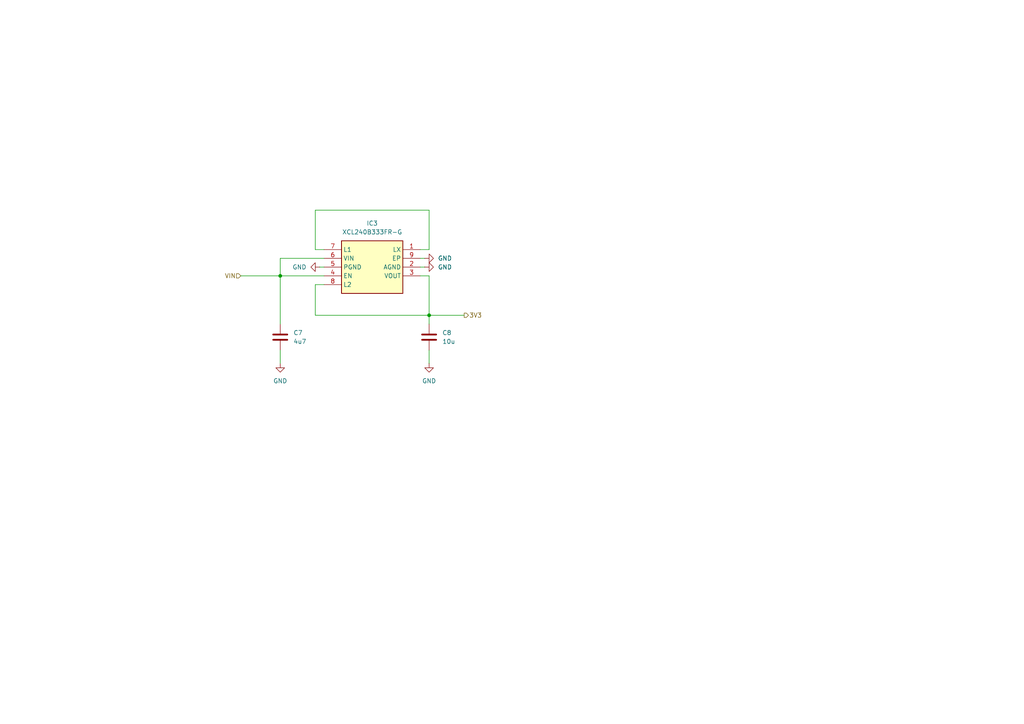
<source format=kicad_sch>
(kicad_sch (version 20231120) (generator "eeschema") (generator_version "8.0")
  (paper "A4")
  (lib_symbols
    (symbol "Device:C" (pin_numbers hide) (pin_names (offset 0.254))
      (property "Reference" "C" (at 0.635 2.54 0))
      (property "Value" "C" (at 0.635 -2.54 0))
      (symbol "C_0_1"
        (polyline (pts (xy -2.032 -0.762) (xy 2.032 -0.762)) (stroke (width 0.508)))
        (polyline (pts (xy -2.032 0.762) (xy 2.032 0.762)) (stroke (width 0.508)))
      )
      (symbol "C_1_1"
        (pin passive line (at 0 3.81 270) (length 2.794) (name "~") (number "1"))
        (pin passive line (at 0 -3.81 90) (length 2.794) (name "~") (number "2"))
      )
    )
    (symbol "SamacSys_Parts:XCL240B333FR-G"
      (property "Reference" "IC3" (at 13.97 -17.78 0))
      (property "Value" "XCL240B333FR-G" (at 13.97 -15.24 0))
      (symbol "XCL240B333FR-G_1_1"
        (rectangle (start 5.08 2.54) (end 22.86 -12.7) (stroke (width 0.254)) (fill (type background)))
        (pin passive line (at 27.94 0 180) (length 5.08) (name "LX") (number "1"))
        (pin passive line (at 27.94 -5.08 180) (length 5.08) (name "AGND") (number "2"))
        (pin passive line (at 27.94 -7.62 180) (length 5.08) (name "VOUT") (number "3"))
        (pin passive line (at 0 -7.62 0) (length 5.08) (name "EN") (number "4"))
        (pin passive line (at 0 -5.08 0) (length 5.08) (name "PGND") (number "5"))
        (pin passive line (at 0 -2.54 0) (length 5.08) (name "VIN") (number "6"))
        (pin passive line (at 0 0 0) (length 5.08) (name "L1") (number "7"))
        (pin passive line (at 0 -10.16 0) (length 5.08) (name "L2") (number "8"))
        (pin passive line (at 27.94 -2.54 180) (length 5.08) (name "EP") (number "9"))
      )
    )
    (symbol "power:GND" (power) (pin_numbers hide) (pin_names (offset 0) hide)
      (property "Value" "GND" (at 0 -3.81 0))
      (symbol "GND_0_1"
        (polyline (pts (xy 0 0) (xy 0 -1.27) (xy 1.27 -1.27) (xy 0 -2.54) (xy -1.27 -1.27) (xy 0 -1.27)))
      )
      (symbol "GND_1_1"
        (pin power_in line (at 0 0 270) (length 0) (name "~") (number "1"))
      )
    )
  )
  (junction (at 124.46 91.44))
  (junction (at 81.28 80.01))
  (wire (pts (xy 124.46 91.44) (xy 134.62 91.44)))
  (wire (pts (xy 124.46 80.01) (xy 124.46 91.44)))
  (wire (pts (xy 124.46 72.39) (xy 121.92 72.39)))
  (wire (pts (xy 91.44 82.55) (xy 91.44 91.44)))
  (wire (pts (xy 91.44 60.96) (xy 91.44 72.39)))
  (wire (pts (xy 92.71 77.47) (xy 93.98 77.47)))
  (wire (pts (xy 93.98 80.01) (xy 81.28 80.01)))
  (wire (pts (xy 91.44 91.44) (xy 124.46 91.44)))
  (wire (pts (xy 81.28 74.93) (xy 93.98 74.93)))
  (wire (pts (xy 93.98 82.55) (xy 91.44 82.55)))
  (wire (pts (xy 124.46 91.44) (xy 124.46 93.98)))
  (wire (pts (xy 91.44 72.39) (xy 93.98 72.39)))
  (wire (pts (xy 69.85 80.01) (xy 81.28 80.01)))
  (wire (pts (xy 121.92 74.93) (xy 123.19 74.93)))
  (wire (pts (xy 81.28 105.41) (xy 81.28 101.6)))
  (wire (pts (xy 121.92 80.01) (xy 124.46 80.01)))
  (wire (pts (xy 81.28 80.01) (xy 81.28 74.93)))
  (wire (pts (xy 124.46 72.39) (xy 124.46 60.96)))
  (wire (pts (xy 81.28 93.98) (xy 81.28 80.01)))
  (wire (pts (xy 124.46 60.96) (xy 91.44 60.96)))
  (wire (pts (xy 124.46 105.41) (xy 124.46 101.6)))
  (wire (pts (xy 123.19 77.47) (xy 121.92 77.47)))
  (hierarchical_label "VIN" (shape input) (at 69.85 80.01 180))
  (hierarchical_label "3V3" (shape output) (at 134.62 91.44 0))
  (symbol (lib_id "SamacSys_Parts:XCL240B333FR-G") (at 93.98 72.39 0) (unit 1)
    (property "Reference" "IC3" (at 107.95 64.77 0))
    (property "Value" "XCL240B333FR-G" (at 107.95 67.31 0))
    (property "Footprint" "XCL103D503CRG" (effects (hide yes)))
    (property "Datasheet" "https://product.torexsemi.com/system/files/series/xcl240.pdf" (effects (hide yes)))
    (property "Description" "HiSAT-COT  Control 1A Inductor Built-in Step-Down micro DC/DC Converters" (effects (hide yes)))
    (property "Height" "1.04" (effects (hide yes)))
    (property "Manufacturer_Name" "Torex" (effects (hide yes)))
    (property "Manufacturer_Part_Number" "XCL240B333FR-G" (effects (hide yes)))
  )
  (symbol (lib_id "Device:C") (at 81.28 97.79 0) (unit 1)
    (property "Reference" "C7" (at 85.09 96.5199 0) (effects (justify left)))
    (property "Value" "4u7" (at 85.09 99.0599 0) (effects (justify left)))
    (property "Description" "Unpolarized capacitor" (effects (hide yes)))
  )
  (symbol (lib_id "power:GND") (at 123.19 77.47 90) (unit 1)
    (property "Reference" "#PWR015" (effects (hide yes)))
    (property "Value" "GND" (at 127 77.4699 90) (effects (justify right)))
    (property "Description" "Power symbol creates a global label with name \"GND\" , ground" (effects (hide yes)))
  )
  (symbol (lib_id "power:GND") (at 81.28 105.41 0) (unit 1)
    (property "Reference" "#PWR014" (effects (hide yes)))
    (property "Value" "GND" (at 81.28 110.49 0))
    (property "Description" "Power symbol creates a global label with name \"GND\" , ground" (effects (hide yes)))
  )
  (symbol (lib_id "Device:C") (at 124.46 97.79 0) (unit 1)
    (property "Reference" "C8" (at 128.27 96.5199 0) (effects (justify left)))
    (property "Value" "10u" (at 128.27 99.0599 0) (effects (justify left)))
    (property "Description" "Unpolarized capacitor" (effects (hide yes)))
  )
  (symbol (lib_id "power:GND") (at 124.46 105.41 0) (unit 1)
    (property "Reference" "#PWR017" (effects (hide yes)))
    (property "Value" "GND" (at 124.46 110.49 0))
    (property "Description" "Power symbol creates a global label with name \"GND\" , ground" (effects (hide yes)))
  )
  (symbol (lib_id "power:GND") (at 92.71 77.47 270) (unit 1)
    (property "Reference" "#PWR018" (effects (hide yes)))
    (property "Value" "GND" (at 88.9 77.4699 90) (effects (justify right)))
    (property "Description" "Power symbol creates a global label with name \"GND\" , ground" (effects (hide yes)))
  )
  (symbol (lib_id "power:GND") (at 123.19 74.93 90) (unit 1)
    (property "Reference" "#PWR016" (effects (hide yes)))
    (property "Value" "GND" (at 127 74.9299 90) (effects (justify right)))
    (property "Description" "Power symbol creates a global label with name \"GND\" , ground" (effects (hide yes)))
  )
)
</source>
